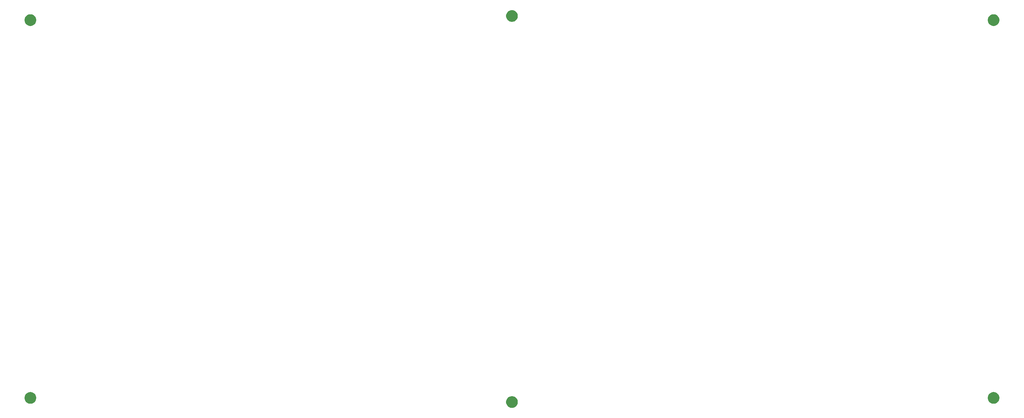
<source format=gbs>
G04 #@! TF.GenerationSoftware,KiCad,Pcbnew,(5.1.5)-3*
G04 #@! TF.CreationDate,2020-03-27T18:15:20-07:00*
G04 #@! TF.ProjectId,Mounting_PCB,4d6f756e-7469-46e6-975f-5043422e6b69,rev?*
G04 #@! TF.SameCoordinates,Original*
G04 #@! TF.FileFunction,Soldermask,Bot*
G04 #@! TF.FilePolarity,Negative*
%FSLAX46Y46*%
G04 Gerber Fmt 4.6, Leading zero omitted, Abs format (unit mm)*
G04 Created by KiCad (PCBNEW (5.1.5)-3) date 2020-03-27 18:15:20*
%MOMM*%
%LPD*%
G04 APERTURE LIST*
%ADD10C,0.100000*%
G04 APERTURE END LIST*
D10*
G36*
X223690256Y-218792398D02*
G01*
X223796579Y-218813547D01*
X224097042Y-218938003D01*
X224367451Y-219118685D01*
X224597415Y-219348649D01*
X224778097Y-219619058D01*
X224902553Y-219919521D01*
X224966000Y-220238491D01*
X224966000Y-220563709D01*
X224902553Y-220882679D01*
X224778097Y-221183142D01*
X224597415Y-221453551D01*
X224367451Y-221683515D01*
X224097042Y-221864197D01*
X223796579Y-221988653D01*
X223690256Y-222009802D01*
X223477611Y-222052100D01*
X223152389Y-222052100D01*
X222939744Y-222009802D01*
X222833421Y-221988653D01*
X222532958Y-221864197D01*
X222262549Y-221683515D01*
X222032585Y-221453551D01*
X221851903Y-221183142D01*
X221727447Y-220882679D01*
X221664000Y-220563709D01*
X221664000Y-220238491D01*
X221727447Y-219919521D01*
X221851903Y-219619058D01*
X222032585Y-219348649D01*
X222262549Y-219118685D01*
X222532958Y-218938003D01*
X222833421Y-218813547D01*
X222939744Y-218792398D01*
X223152389Y-218750100D01*
X223477611Y-218750100D01*
X223690256Y-218792398D01*
G37*
G36*
X359868633Y-217620826D02*
G01*
X359974956Y-217641975D01*
X360275419Y-217766431D01*
X360545828Y-217947113D01*
X360775792Y-218177077D01*
X360956474Y-218447486D01*
X361080930Y-218747949D01*
X361144377Y-219066919D01*
X361144377Y-219392137D01*
X361080930Y-219711107D01*
X360956474Y-220011570D01*
X360775792Y-220281979D01*
X360545828Y-220511943D01*
X360275419Y-220692625D01*
X359974956Y-220817081D01*
X359868633Y-220838230D01*
X359655988Y-220880528D01*
X359330766Y-220880528D01*
X359118121Y-220838230D01*
X359011798Y-220817081D01*
X358711335Y-220692625D01*
X358440926Y-220511943D01*
X358210962Y-220281979D01*
X358030280Y-220011570D01*
X357905824Y-219711107D01*
X357842377Y-219392137D01*
X357842377Y-219066919D01*
X357905824Y-218747949D01*
X358030280Y-218447486D01*
X358210962Y-218177077D01*
X358440926Y-217947113D01*
X358711335Y-217766431D01*
X359011798Y-217641975D01*
X359118121Y-217620826D01*
X359330766Y-217578528D01*
X359655988Y-217578528D01*
X359868633Y-217620826D01*
G37*
G36*
X87511879Y-217620826D02*
G01*
X87618202Y-217641975D01*
X87918665Y-217766431D01*
X88189074Y-217947113D01*
X88419038Y-218177077D01*
X88599720Y-218447486D01*
X88724176Y-218747949D01*
X88787623Y-219066919D01*
X88787623Y-219392137D01*
X88724176Y-219711107D01*
X88599720Y-220011570D01*
X88419038Y-220281979D01*
X88189074Y-220511943D01*
X87918665Y-220692625D01*
X87618202Y-220817081D01*
X87511879Y-220838230D01*
X87299234Y-220880528D01*
X86974012Y-220880528D01*
X86761367Y-220838230D01*
X86655044Y-220817081D01*
X86354581Y-220692625D01*
X86084172Y-220511943D01*
X85854208Y-220281979D01*
X85673526Y-220011570D01*
X85549070Y-219711107D01*
X85485623Y-219392137D01*
X85485623Y-219066919D01*
X85549070Y-218747949D01*
X85673526Y-218447486D01*
X85854208Y-218177077D01*
X86084172Y-217947113D01*
X86354581Y-217766431D01*
X86655044Y-217641975D01*
X86761367Y-217620826D01*
X86974012Y-217578528D01*
X87299234Y-217578528D01*
X87511879Y-217620826D01*
G37*
G36*
X359868633Y-110713871D02*
G01*
X359974956Y-110735020D01*
X360275419Y-110859476D01*
X360545828Y-111040158D01*
X360775792Y-111270122D01*
X360956474Y-111540531D01*
X361080930Y-111840994D01*
X361144377Y-112159964D01*
X361144377Y-112485182D01*
X361080930Y-112804152D01*
X360956474Y-113104615D01*
X360775792Y-113375024D01*
X360545828Y-113604988D01*
X360275419Y-113785670D01*
X359974956Y-113910126D01*
X359868633Y-113931275D01*
X359655988Y-113973573D01*
X359330766Y-113973573D01*
X359118121Y-113931275D01*
X359011798Y-113910126D01*
X358711335Y-113785670D01*
X358440926Y-113604988D01*
X358210962Y-113375024D01*
X358030280Y-113104615D01*
X357905824Y-112804152D01*
X357842377Y-112485182D01*
X357842377Y-112159964D01*
X357905824Y-111840994D01*
X358030280Y-111540531D01*
X358210962Y-111270122D01*
X358440926Y-111040158D01*
X358711335Y-110859476D01*
X359011798Y-110735020D01*
X359118121Y-110713871D01*
X359330766Y-110671573D01*
X359655988Y-110671573D01*
X359868633Y-110713871D01*
G37*
G36*
X87511879Y-110713871D02*
G01*
X87618202Y-110735020D01*
X87918665Y-110859476D01*
X88189074Y-111040158D01*
X88419038Y-111270122D01*
X88599720Y-111540531D01*
X88724176Y-111840994D01*
X88787623Y-112159964D01*
X88787623Y-112485182D01*
X88724176Y-112804152D01*
X88599720Y-113104615D01*
X88419038Y-113375024D01*
X88189074Y-113604988D01*
X87918665Y-113785670D01*
X87618202Y-113910126D01*
X87511879Y-113931275D01*
X87299234Y-113973573D01*
X86974012Y-113973573D01*
X86761367Y-113931275D01*
X86655044Y-113910126D01*
X86354581Y-113785670D01*
X86084172Y-113604988D01*
X85854208Y-113375024D01*
X85673526Y-113104615D01*
X85549070Y-112804152D01*
X85485623Y-112485182D01*
X85485623Y-112159964D01*
X85549070Y-111840994D01*
X85673526Y-111540531D01*
X85854208Y-111270122D01*
X86084172Y-111040158D01*
X86354581Y-110859476D01*
X86655044Y-110735020D01*
X86761367Y-110713871D01*
X86974012Y-110671573D01*
X87299234Y-110671573D01*
X87511879Y-110713871D01*
G37*
G36*
X223690256Y-109542298D02*
G01*
X223796579Y-109563447D01*
X224097042Y-109687903D01*
X224367451Y-109868585D01*
X224597415Y-110098549D01*
X224778097Y-110368958D01*
X224902553Y-110669421D01*
X224966000Y-110988391D01*
X224966000Y-111313609D01*
X224902553Y-111632579D01*
X224778097Y-111933042D01*
X224597415Y-112203451D01*
X224367451Y-112433415D01*
X224097042Y-112614097D01*
X223796579Y-112738553D01*
X223690256Y-112759702D01*
X223477611Y-112802000D01*
X223152389Y-112802000D01*
X222939744Y-112759702D01*
X222833421Y-112738553D01*
X222532958Y-112614097D01*
X222262549Y-112433415D01*
X222032585Y-112203451D01*
X221851903Y-111933042D01*
X221727447Y-111632579D01*
X221664000Y-111313609D01*
X221664000Y-110988391D01*
X221727447Y-110669421D01*
X221851903Y-110368958D01*
X222032585Y-110098549D01*
X222262549Y-109868585D01*
X222532958Y-109687903D01*
X222833421Y-109563447D01*
X222939744Y-109542298D01*
X223152389Y-109500000D01*
X223477611Y-109500000D01*
X223690256Y-109542298D01*
G37*
M02*

</source>
